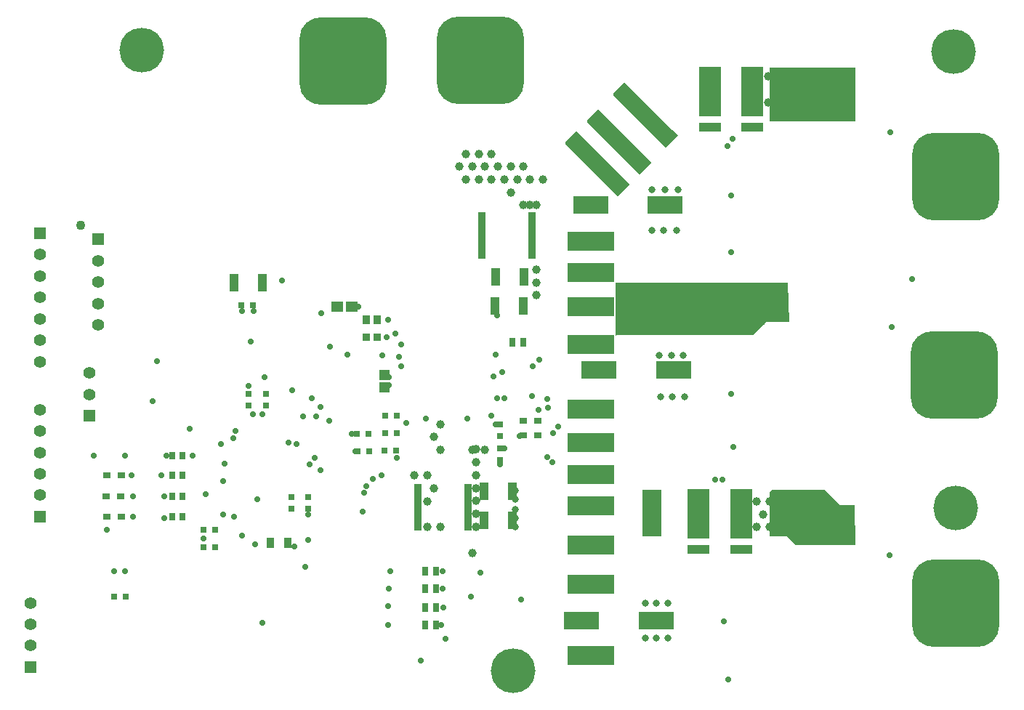
<source format=gbr>
%FSTAX23Y23*%
%MOIN*%
%SFA1B1*%

%IPPOS*%
%AMD89*
4,1,8,0.098400,0.200800,-0.098400,0.200800,-0.200800,0.098400,-0.200800,-0.098400,-0.098400,-0.200800,0.098400,-0.200800,0.200800,-0.098400,0.200800,0.098400,0.098400,0.200800,0.0*
1,1,0.204860,0.098400,0.098400*
1,1,0.204860,-0.098400,0.098400*
1,1,0.204860,-0.098400,-0.098400*
1,1,0.204860,0.098400,-0.098400*
%
%AMD90*
4,1,8,-0.200800,0.098400,-0.200800,-0.098400,-0.098400,-0.200800,0.098400,-0.200800,0.200800,-0.098400,0.200800,0.098400,0.098400,0.200800,-0.098400,0.200800,-0.200800,0.098400,0.0*
1,1,0.204860,-0.098400,0.098400*
1,1,0.204860,-0.098400,-0.098400*
1,1,0.204860,0.098400,-0.098400*
1,1,0.204860,0.098400,0.098400*
%
%ADD34R,0.025590X0.027560*%
%ADD35R,0.043310X0.080710*%
%ADD36R,0.035430X0.031500*%
%ADD41R,0.037650X0.047490*%
%ADD44R,0.027560X0.025590*%
%ADD50R,0.029530X0.035430*%
%ADD54R,0.033660X0.035680*%
%ADD77R,0.049340X0.045400*%
%ADD88C,0.204850*%
G04~CAMADD=89~8~0.0~0.0~4017.0~4017.0~1024.3~0.0~15~0.0~0.0~0.0~0.0~0~0.0~0.0~0.0~0.0~0~0.0~0.0~0.0~0.0~4017.0~4017.0*
%ADD89D89*%
G04~CAMADD=90~8~0.0~0.0~4017.0~4017.0~1024.3~0.0~15~0.0~0.0~0.0~0.0~0~0.0~0.0~0.0~0.0~0~0.0~0.0~0.0~90.0~4016.0~4016.0*
%ADD90D90*%
%ADD91R,0.055120X0.055120*%
%ADD92C,0.055120*%
%ADD93C,0.043310*%
%ADD94C,0.027690*%
%ADD95C,0.031620*%
%ADD96C,0.039500*%
%ADD105R,0.161420X0.078740*%
%ADD111R,0.037520X0.212720*%
%ADD112R,0.215000X0.090000*%
%ADD113R,0.090000X0.215000*%
%ADD114R,0.104060X0.228470*%
%ADD115R,0.104060X0.043040*%
%ADD116R,0.053280X0.049340*%
%ADD117R,0.031620X0.039500*%
%ADD118R,0.035560X0.041470*%
%LNpcb_soldermask_bot-1*%
%LPD*%
G36*
X06335Y04105D02*
X0594D01*
Y0435*
X06335*
Y04105*
G37*
G36*
X05495Y04065D02*
X0552Y0404D01*
X05465Y03985*
X05225Y04225*
Y04235*
X05275Y04285*
X05495Y04065*
G37*
G36*
X05375Y0394D02*
X054Y03915D01*
X05345Y0386*
X05105Y041*
Y0411*
X05155Y0416*
X05375Y0394*
G37*
G36*
X05275Y0384D02*
X053Y03815D01*
X05245Y0376*
X05005Y04*
Y0401*
X05055Y0406*
X05275Y0384*
G37*
G36*
X0603Y03185D02*
X05925D01*
X05865Y03125*
X0524*
X05235Y0312*
Y03365*
X06025*
X0603Y03185*
G37*
G36*
X06265Y02345D02*
X0633D01*
X06335Y0216*
X0606*
X0602Y022*
X0594*
Y02405*
X0595Y02415*
X06195*
X06265Y02345*
G37*
G54D34*
X02986Y01925D03*
X02933D03*
X04231Y02755D03*
X04178D03*
X04231Y02675D03*
X04178D03*
X04226Y02595D03*
X04173D03*
X03571Y0326D03*
X03518D03*
X0405Y02593D03*
X04103D03*
X03396Y0223D03*
X03343D03*
X04048Y0267D03*
X04101D03*
X03396Y02153D03*
X03343D03*
G54D35*
X03614Y03365D03*
X03485D03*
X04682Y03257D03*
X04812D03*
X0463Y02275D03*
X04759D03*
X0463Y02407D03*
X04759D03*
X04685Y0339D03*
X04814D03*
G54D36*
X02968Y0229D03*
X02901D03*
X02968Y0248D03*
X02901D03*
X02965Y02385D03*
X02898D03*
X04878Y0273D03*
X04811D03*
X04878Y02665D03*
X04811D03*
G54D41*
X0373Y0217D03*
X03649D03*
G54D44*
X04705Y02716D03*
Y02663D03*
X0363Y02803D03*
Y02856D03*
X03748Y02328D03*
Y02381D03*
X03825Y02328D03*
Y02381D03*
X0355Y02803D03*
Y02856D03*
X04705Y02553D03*
Y02606D03*
G54D50*
X03248Y0229D03*
X03201D03*
Y0257D03*
X03248D03*
X03201Y0248D03*
X03248D03*
X03201Y02385D03*
X03248D03*
G54D54*
X04139Y03115D03*
X0409D03*
G54D77*
X04175Y02886D03*
Y02943D03*
G54D88*
X06795Y0233D03*
X06785Y04425D03*
X04765Y01585D03*
X0306Y0443D03*
G54D89*
X03985Y0438D03*
X04615Y04385D03*
G54D90*
X06795Y0385D03*
X06787Y0294D03*
X06795Y01895D03*
G54D91*
X02595Y02291D03*
Y03592D03*
X0286Y03564D03*
X0282Y02755D03*
X0255Y01601D03*
G54D92*
X02595Y0239D03*
Y02488D03*
Y02586D03*
Y02685D03*
Y02783D03*
Y03494D03*
Y03396D03*
Y03297D03*
Y03199D03*
Y031D03*
Y03002D03*
X0286Y03465D03*
Y03367D03*
Y03268D03*
Y0317D03*
X0282Y02853D03*
Y02951D03*
X0255Y01896D03*
Y01798D03*
Y017D03*
G54D93*
X02781Y03627D03*
G54D94*
X03165Y02385D03*
Y02285D03*
X04715Y02956D03*
X04675Y02934D03*
X0469Y02836D03*
X04725Y02835D03*
X04195Y02895D03*
Y0293D03*
X0388Y02796D03*
X0384Y02836D03*
X04945Y0254D03*
X04919Y02565D03*
X04948Y02675D03*
X0497Y02705D03*
X05725Y0246D03*
X0569D03*
X05747Y03993D03*
X0356Y03095D03*
X03625Y0293D03*
X038Y02752D03*
X0386Y0275D03*
X0392Y0273D03*
X0425Y0308D03*
X04665Y02755D03*
X04685Y02715D03*
X03355Y02395D03*
X03435Y02455D03*
X0328Y02695D03*
X0344Y02535D03*
X03294Y0257D03*
X0359Y0237D03*
X0358Y02165D03*
X03825Y02185D03*
X03435Y023D03*
X0284Y0257D03*
X029Y0223D03*
X0355Y0289D03*
X04455Y0173D03*
X0424Y03025D03*
X03885Y03225D03*
X04005Y03035D03*
X03925Y0307D03*
X0457Y01925D03*
X0434Y0163D03*
X03705Y03375D03*
X0352Y03235D03*
X03575D03*
X0313Y03005D03*
X0311Y0282D03*
X03343Y02191D03*
X0381Y0206D03*
X03615Y01805D03*
X03925Y0445D03*
X03955D03*
X03985D03*
X04015D03*
X04045D03*
Y0442D03*
X04015D03*
X03985D03*
X03955D03*
X03925D03*
Y0439D03*
X03955D03*
X03985D03*
X04015D03*
X04045D03*
Y0436D03*
X04015D03*
X03985D03*
X03955D03*
X03925D03*
Y0433D03*
X03955D03*
X03985D03*
X04015D03*
X04045D03*
Y043D03*
X04015D03*
X03985D03*
X03955D03*
X03925D03*
Y0427D03*
X03955D03*
X03985D03*
X04015D03*
X04045D03*
Y0424D03*
X04015D03*
X03985D03*
X03955D03*
X03925D03*
Y0421D03*
X03955D03*
X03985D03*
X04015D03*
X04045D03*
Y0448D03*
X04015D03*
X03985D03*
X03955D03*
X03925D03*
Y0451D03*
X03955D03*
X03985D03*
X04015D03*
X04045Y0454D03*
X04015D03*
X03985D03*
X03955D03*
X03925D03*
X04045Y0451D03*
X04075Y0454D03*
Y0451D03*
Y0448D03*
Y0445D03*
Y0442D03*
Y0439D03*
Y0436D03*
Y0433D03*
Y043D03*
Y0427D03*
Y0424D03*
Y0421D03*
X04105Y0454D03*
Y0451D03*
Y0448D03*
Y0445D03*
Y0442D03*
Y0439D03*
Y0436D03*
Y0433D03*
Y043D03*
Y0427D03*
Y0424D03*
Y0421D03*
X04135Y0451D03*
Y0448D03*
Y0445D03*
Y0442D03*
Y0439D03*
Y0436D03*
Y0433D03*
Y043D03*
Y0427D03*
Y0424D03*
X03895Y0421D03*
Y0424D03*
Y0427D03*
Y043D03*
Y0433D03*
Y0436D03*
Y0439D03*
Y0442D03*
Y0445D03*
Y0448D03*
Y0451D03*
Y0454D03*
X03865D03*
Y0451D03*
Y0448D03*
Y0445D03*
Y0442D03*
Y0439D03*
Y0436D03*
Y0433D03*
Y043D03*
Y0427D03*
Y0424D03*
Y0421D03*
X03835Y0424D03*
Y0427D03*
Y043D03*
Y0433D03*
Y0436D03*
Y0439D03*
Y0442D03*
Y0445D03*
Y0448D03*
Y0451D03*
X04465Y04515D03*
Y04485D03*
Y04455D03*
Y04425D03*
Y04395D03*
Y04365D03*
Y04335D03*
Y04305D03*
Y04275D03*
Y04245D03*
X04495Y04215D03*
Y04245D03*
Y04275D03*
Y04305D03*
Y04335D03*
Y04365D03*
Y04395D03*
Y04425D03*
Y04455D03*
Y04485D03*
Y04515D03*
Y04545D03*
X04525D03*
Y04515D03*
Y04485D03*
Y04455D03*
Y04425D03*
Y04395D03*
Y04365D03*
Y04335D03*
Y04305D03*
Y04275D03*
Y04245D03*
Y04215D03*
X04765Y04245D03*
Y04275D03*
Y04305D03*
Y04335D03*
Y04365D03*
Y04395D03*
Y04425D03*
Y04455D03*
Y04485D03*
Y04515D03*
X04735Y04215D03*
Y04245D03*
Y04275D03*
Y04305D03*
Y04335D03*
Y04365D03*
Y04395D03*
Y04425D03*
Y04455D03*
Y04485D03*
Y04515D03*
Y04545D03*
X04705Y04215D03*
Y04245D03*
Y04275D03*
Y04305D03*
Y04335D03*
Y04365D03*
Y04395D03*
Y04425D03*
Y04455D03*
Y04485D03*
Y04515D03*
Y04545D03*
X04675Y04515D03*
X04555Y04545D03*
X04585D03*
X04615D03*
X04645D03*
X04675D03*
X04645Y04515D03*
X04615D03*
X04585D03*
X04555D03*
Y04485D03*
X04585D03*
X04615D03*
X04645D03*
X04675D03*
Y04215D03*
X04645D03*
X04615D03*
X04585D03*
X04555D03*
Y04245D03*
X04585D03*
X04615D03*
X04645D03*
X04675D03*
Y04275D03*
X04645D03*
X04615D03*
X04585D03*
X04555D03*
Y04305D03*
X04585D03*
X04615D03*
X04645D03*
X04675D03*
Y04335D03*
X04645D03*
X04615D03*
X04585D03*
X04555D03*
Y04365D03*
X04585D03*
X04615D03*
X04645D03*
X04675D03*
Y04395D03*
X04645D03*
X04615D03*
X04585D03*
X04555D03*
Y04425D03*
X04585D03*
X04615D03*
X04645D03*
X04675D03*
Y04455D03*
X04645D03*
X04615D03*
X04585D03*
X04555D03*
X06725Y0379D03*
Y0382D03*
Y0385D03*
Y0388D03*
Y0391D03*
X06755D03*
Y0388D03*
Y0385D03*
Y0382D03*
Y0379D03*
X06785D03*
Y0382D03*
Y0385D03*
Y0388D03*
Y0391D03*
X06815D03*
Y0388D03*
Y0385D03*
Y0382D03*
Y0379D03*
X06845D03*
Y0382D03*
Y0385D03*
Y0388D03*
Y0391D03*
X06875D03*
Y0388D03*
Y0385D03*
Y0382D03*
Y0379D03*
X06905D03*
Y0382D03*
Y0385D03*
Y0388D03*
Y0391D03*
X06935D03*
Y0388D03*
Y0385D03*
Y0382D03*
Y0379D03*
X06965D03*
Y0382D03*
Y0385D03*
Y0388D03*
Y0391D03*
X06695D03*
Y0388D03*
Y0385D03*
Y0382D03*
Y0379D03*
X06665D03*
Y0382D03*
Y0385D03*
Y0388D03*
X06635Y0391D03*
Y0388D03*
Y0385D03*
Y0382D03*
Y0379D03*
X06665Y0391D03*
X06635Y0394D03*
X06665D03*
X06695D03*
X06725D03*
X06755D03*
X06785D03*
X06815D03*
X06845D03*
X06875D03*
X06905D03*
X06935D03*
X06965D03*
X06635Y0397D03*
X06665D03*
X06695D03*
X06725D03*
X06755D03*
X06785D03*
X06815D03*
X06845D03*
X06875D03*
X06905D03*
X06935D03*
X06965D03*
X06665Y04D03*
X06695D03*
X06725D03*
X06755D03*
X06785D03*
X06815D03*
X06845D03*
X06875D03*
X06905D03*
X06935D03*
X06965Y0376D03*
X06935D03*
X06905D03*
X06875D03*
X06845D03*
X06815D03*
X06785D03*
X06755D03*
X06725D03*
X06695D03*
X06665D03*
X06635D03*
Y0373D03*
X06665D03*
X06695D03*
X06725D03*
X06755D03*
X06785D03*
X06815D03*
X06845D03*
X06875D03*
X06905D03*
X06935D03*
X06965D03*
X06935Y037D03*
X06905D03*
X06875D03*
X06845D03*
X06815D03*
X06785D03*
X06755D03*
X06725D03*
X06695D03*
X06665D03*
X06657Y0279D03*
X06687D03*
X06717D03*
X06747D03*
X06777D03*
X06807D03*
X06837D03*
X06867D03*
X06897D03*
X06927D03*
X06957Y0282D03*
X06927D03*
X06897D03*
X06867D03*
X06837D03*
X06807D03*
X06777D03*
X06747D03*
X06717D03*
X06687D03*
X06657D03*
X06627D03*
Y0285D03*
X06657D03*
X06687D03*
X06717D03*
X06747D03*
X06777D03*
X06807D03*
X06837D03*
X06867D03*
X06897D03*
X06927D03*
X06957D03*
X06927Y0309D03*
X06897D03*
X06867D03*
X06837D03*
X06807D03*
X06777D03*
X06747D03*
X06717D03*
X06687D03*
X06657D03*
X06957Y0306D03*
X06927D03*
X06897D03*
X06867D03*
X06837D03*
X06807D03*
X06777D03*
X06747D03*
X06717D03*
X06687D03*
X06657D03*
X06627D03*
X06957Y0303D03*
X06927D03*
X06897D03*
X06867D03*
X06837D03*
X06807D03*
X06777D03*
X06747D03*
X06717D03*
X06687D03*
X06657D03*
X06627D03*
X06657Y03D03*
X06627Y0288D03*
Y0291D03*
Y0294D03*
Y0297D03*
Y03D03*
X06657Y0297D03*
Y0294D03*
Y0291D03*
Y0288D03*
X06687D03*
Y0291D03*
Y0294D03*
Y0297D03*
Y03D03*
X06957D03*
Y0297D03*
Y0294D03*
Y0291D03*
Y0288D03*
X06927D03*
Y0291D03*
Y0294D03*
Y0297D03*
Y03D03*
X06897D03*
Y0297D03*
Y0294D03*
Y0291D03*
Y0288D03*
X06867D03*
Y0291D03*
Y0294D03*
Y0297D03*
Y03D03*
X06837D03*
Y0297D03*
Y0294D03*
Y0291D03*
Y0288D03*
X06807D03*
Y0291D03*
Y0294D03*
Y0297D03*
Y03D03*
X06777D03*
Y0297D03*
Y0294D03*
Y0291D03*
Y0288D03*
X06747D03*
Y0291D03*
Y0294D03*
Y0297D03*
Y03D03*
X06717D03*
Y0297D03*
Y0294D03*
Y0291D03*
Y0288D03*
X06725Y01835D03*
Y01865D03*
Y01895D03*
Y01925D03*
Y01955D03*
X06755D03*
Y01925D03*
Y01895D03*
Y01865D03*
Y01835D03*
X06785D03*
Y01865D03*
Y01895D03*
Y01925D03*
Y01955D03*
X06815D03*
Y01925D03*
Y01895D03*
Y01865D03*
Y01835D03*
X06845D03*
Y01865D03*
Y01895D03*
Y01925D03*
Y01955D03*
X06875D03*
Y01925D03*
Y01895D03*
Y01865D03*
Y01835D03*
X06905D03*
Y01865D03*
Y01895D03*
Y01925D03*
Y01955D03*
X06935D03*
Y01925D03*
Y01895D03*
Y01865D03*
Y01835D03*
X06965D03*
Y01865D03*
Y01895D03*
Y01925D03*
Y01955D03*
X06695D03*
Y01925D03*
Y01895D03*
Y01865D03*
Y01835D03*
X06665D03*
Y01865D03*
Y01895D03*
Y01925D03*
X06635Y01955D03*
Y01925D03*
Y01895D03*
Y01865D03*
Y01835D03*
X06665Y01955D03*
X06635Y01985D03*
X06665D03*
X06695D03*
X06725D03*
X06755D03*
X06785D03*
X06815D03*
X06845D03*
X06875D03*
X06905D03*
X06935D03*
X06965D03*
X06635Y02015D03*
X06665D03*
X06695D03*
X06725D03*
X06755D03*
X06785D03*
X06815D03*
X06845D03*
X06875D03*
X06905D03*
X06935D03*
X06965D03*
X06665Y02045D03*
X06695D03*
X06725D03*
X06755D03*
X06785D03*
X06815D03*
X06845D03*
X06875D03*
X06905D03*
X06935D03*
X06965Y01805D03*
X06935D03*
X06905D03*
X06875D03*
X06845D03*
X06815D03*
X06785D03*
X06755D03*
X06725D03*
X06695D03*
X06665D03*
X06635D03*
Y01775D03*
X06665D03*
X06695D03*
X06725D03*
X06755D03*
X06785D03*
X06815D03*
X06845D03*
X06875D03*
X06905D03*
X06935D03*
X06965D03*
X06935Y01745D03*
X06905D03*
X06875D03*
X06845D03*
X06815D03*
X06785D03*
X06755D03*
X06725D03*
X06695D03*
X06665D03*
X04275Y0272D03*
X04075Y02315D03*
X04885Y0301D03*
X0425Y0298D03*
X04615Y02035D03*
X048Y0191D03*
X04435Y01795D03*
X04445Y01875D03*
X0419Y0188D03*
X042Y0204D03*
X04195Y0196D03*
X0444Y0204D03*
Y0196D03*
X0469Y03215D03*
X04685Y03035D03*
X0416Y0248D03*
X0412Y02465D03*
X0409Y0243D03*
X0408Y024D03*
X0383Y0253D03*
X0348Y0265D03*
X0349Y02685D03*
X03855Y0256D03*
X03735Y0263D03*
X0377Y02625D03*
X0388Y02505D03*
X0357Y0276D03*
X03615D03*
X03425Y02625D03*
X0376Y02155D03*
X04925Y0279D03*
X0485Y02845D03*
X0492Y0283D03*
X04882Y02782D03*
X04855Y0298D03*
X05772Y04025D03*
X04795Y0266D03*
X04725Y02605D03*
X04555Y0274D03*
X06595Y0338D03*
X065Y0316D03*
X06495Y04055D03*
X05765Y03765D03*
Y03505D03*
Y02855D03*
X05775Y0261D03*
X0573Y0181D03*
X0575Y01545D03*
X0649Y02115D03*
X04705Y0253D03*
X02985Y0204D03*
X02935D03*
X03015Y0248D03*
X0302Y02385D03*
Y0229D03*
X02985Y0257D03*
X04025Y0267D03*
X0352Y02205D03*
X03175Y0257D03*
X03485Y0229D03*
X0315Y0248D03*
X0419Y01795D03*
X03825Y023D03*
X0404Y0259D03*
X04055Y03255D03*
X0419Y03195D03*
X04225Y0313D03*
X04185Y03115D03*
X0423Y0256D03*
X04365Y0274D03*
X0375Y0287D03*
X04165Y0303D03*
G54D95*
X054Y0379D03*
X04775Y02245D03*
Y02285D03*
Y02325D03*
Y0237D03*
Y0241D03*
X0542Y01895D03*
X05475D03*
X0546Y0379D03*
X0552D03*
X05515Y03605D03*
X05455D03*
X054D03*
X05545Y0303D03*
X0549D03*
X05435D03*
X0555Y0284D03*
X05495D03*
X0544D03*
X0537Y01735D03*
X0542D03*
X05475D03*
X0537Y01895D03*
G54D96*
X05994Y03307D03*
X05964Y03248D03*
X05935Y03307D03*
X05905Y03248D03*
X05875Y03307D03*
X05846Y03248D03*
X05875Y03188D03*
X05816Y03307D03*
X05787Y03248D03*
X05816Y03188D03*
X05757Y03307D03*
X05728Y03248D03*
X05757Y03188D03*
X05698Y03307D03*
X04901Y03838D03*
X04842D03*
Y0372D03*
X04872Y03425D03*
Y03307D03*
X04812Y03897D03*
X04783Y03838D03*
X04753Y03897D03*
X04724Y03838D03*
X04753Y03779D03*
X04665Y03956D03*
X04694Y03897D03*
X04665Y03838D03*
X04606Y03956D03*
X04635Y03897D03*
X04606Y03838D03*
X04547Y03956D03*
X04576Y03897D03*
X04547Y03838D03*
X04576Y02125D03*
X04517Y03897D03*
X04635Y02598D03*
X04576D03*
X05964Y03248D03*
X05935Y03307D03*
X05875D03*
X05846Y03248D03*
X05816Y03307D03*
X05787Y03248D03*
X05816Y03188D03*
X05757Y03307D03*
X05728Y03248D03*
X05757Y03188D03*
X05698Y03307D03*
X04842Y0372D03*
X04872Y03425D03*
X04753Y03779D03*
X04665Y03956D03*
Y03838D03*
X04606Y03956D03*
Y03838D03*
X04547Y03956D03*
X04576Y03897D03*
X04547Y03838D03*
X05964Y03307D03*
X05994Y03248D03*
X05905Y03307D03*
X05935Y03248D03*
X05905Y03188D03*
X05846Y03307D03*
X05875Y03248D03*
X05846Y03188D03*
X05787Y03307D03*
X05816Y03248D03*
X05787Y03188D03*
X05728Y03307D03*
X05757Y03248D03*
X05698D03*
X04872Y0372D03*
Y03366D03*
X04812Y0372D03*
X04429Y02716D03*
Y02598D03*
Y02244D03*
X04399Y02657D03*
X0437Y0248D03*
X04399Y02421D03*
X0437Y02362D03*
Y02244D03*
X04311Y0248D03*
X0621Y0234D03*
X06176Y02362D03*
X04595Y026D03*
Y0254D03*
Y0248D03*
Y0242D03*
Y02365D03*
Y02305D03*
Y02245D03*
X057Y03185D03*
X06289Y04311D03*
X0623D03*
Y04192D03*
X06171Y04311D03*
X06112D03*
X06053D03*
X06023Y04251D03*
Y04133D03*
X05994Y04311D03*
X05964Y04251D03*
X05994Y04192D03*
X05964Y04133D03*
X05935Y04311D03*
Y04192D03*
X06225Y0221D03*
Y0225D03*
X0622Y02295D03*
X06117Y02362D03*
X06058D03*
X06028Y02303D03*
X05999Y02362D03*
X05969Y02303D03*
X05999Y02244D03*
X0594Y02362D03*
X0591Y02303D03*
X0594Y02244D03*
X0588Y02362D03*
Y02244D03*
G54D105*
X05462Y0372D03*
X0512D03*
X05078Y01815D03*
X05421D03*
X05158Y02965D03*
X05501D03*
G54D111*
X04557Y02335D03*
X04327D03*
X04619Y03581D03*
X0485D03*
G54D112*
X05122Y01655D03*
Y0198D03*
Y0216D03*
Y0234D03*
Y02485D03*
Y0263D03*
Y02785D03*
Y0308D03*
Y03255D03*
Y0341D03*
Y03555D03*
G54D113*
X054Y02307D03*
G54D114*
X05667Y0424D03*
X05862D03*
X05614Y02304D03*
X05809D03*
G54D115*
X05667Y04077D03*
X05862D03*
X05614Y02141D03*
X05809D03*
G54D116*
X03956Y03255D03*
X04023D03*
G54D117*
X04759Y0309D03*
X0481D03*
X0441Y0204D03*
X04359D03*
X0441Y0196D03*
X04359D03*
X0441Y01795D03*
X04359D03*
X0441Y01875D03*
X04359D03*
G54D118*
X0409Y03195D03*
X04139D03*
M02*
</source>
